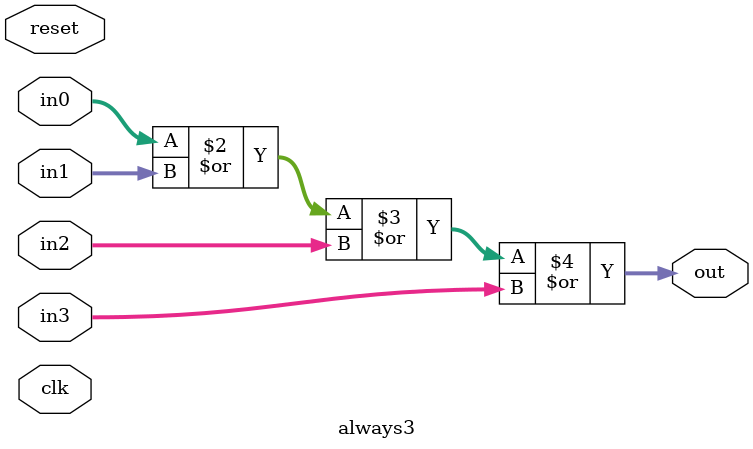
<source format=v>
module always3
  (input wire       reset,
   input wire       clk,
   input wire [7:0] in0, in1, in2, in3,
   output reg [7:0] out);

   always @(in0 or in1, in2, in3) begin
      out = in0 | in1 | in2 | in3;
   end

endmodule

</source>
